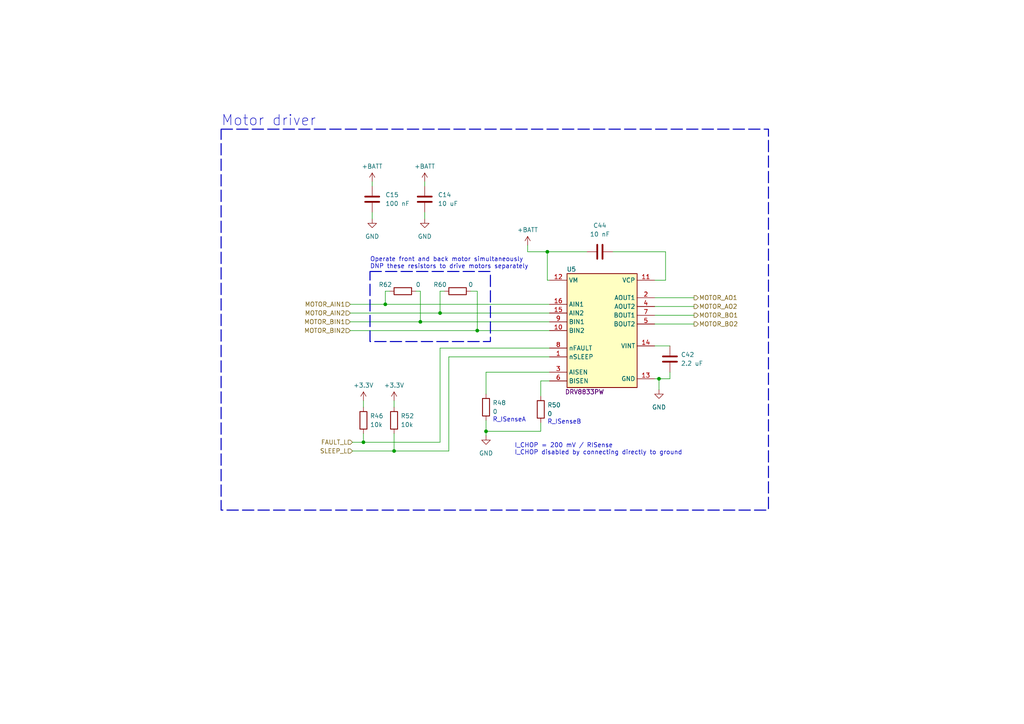
<source format=kicad_sch>
(kicad_sch (version 20230121) (generator eeschema)
  (paper "A4")
  (lib_symbols
    (symbol "Device:C" (pin_numbers hide) (pin_names (offset 0.254))
      (property "Reference" "C" (at 0.635 2.54 0))
      (property "Value" "C" (at 0.635 -2.54 0))
      (symbol "C_0_1"
        (polyline (pts (xy -2.032 -0.762) (xy 2.032 -0.762)) (stroke (width 0.508)))
        (polyline (pts (xy -2.032 0.762) (xy 2.032 0.762)) (stroke (width 0.508)))
      )
      (symbol "C_1_1"
        (pin passive line (at 0 3.81 270) (length 2.794) (name "~") (number "1"))
        (pin passive line (at 0 -3.81 90) (length 2.794) (name "~") (number "2"))
      )
    )
    (symbol "Device:R" (pin_numbers hide) (pin_names (offset 0))
      (property "Reference" "R" (at 2.032 0 90))
      (property "Value" "R" (at 0 0 90))
      (symbol "R_0_1"
        (rectangle (start -1.016 -2.54) (end 1.016 2.54) (stroke (width 0.254)))
      )
      (symbol "R_1_1"
        (pin passive line (at 0 3.81 270) (length 1.27) (name "~") (number "1"))
        (pin passive line (at 0 -3.81 90) (length 1.27) (name "~") (number "2"))
      )
    )
    (symbol "IC:DRV8833PW"
      (property "Reference" "U" (at 0.635 1.27 0))
      (property "Value" "DRV8833PW" (at 5.715 -34.29 0))
      (property "Part number" "DRV8833PW" (at 5.715 -34.29 0))
      (symbol "DRV8833PW_0_1"
        (rectangle (start 0 0) (end 20.32 -33.02) (stroke (width 0.254)) (fill (type background)))
      )
      (symbol "DRV8833PW_1_1"
        (pin input line (at -5.08 -24.13 0) (length 5.08) (name "nSLEEP") (number "1"))
        (pin input line (at -5.08 -16.51 0) (length 5.08) (name "BIN2") (number "10"))
        (pin bidirectional line (at 25.4 -1.905 180) (length 5.08) (name "VCP") (number "11"))
        (pin power_in line (at -5.08 -1.905 0) (length 5.08) (name "VM") (number "12"))
        (pin power_in line (at 25.4 -30.48 180) (length 5.08) (name "GND") (number "13"))
        (pin power_in line (at 25.4 -20.955 180) (length 5.08) (name "VINT") (number "14"))
        (pin input line (at -5.08 -11.43 0) (length 5.08) (name "AIN2") (number "15"))
        (pin input line (at -5.08 -8.89 0) (length 5.08) (name "AIN1") (number "16"))
        (pin power_out line (at 25.4 -6.985 180) (length 5.08) (name "AOUT1") (number "2"))
        (pin bidirectional line (at -5.08 -28.575 0) (length 5.08) (name "AISEN") (number "3"))
        (pin power_out line (at 25.4 -9.525 180) (length 5.08) (name "AOUT2") (number "4"))
        (pin power_out line (at 25.4 -14.605 180) (length 5.08) (name "BOUT2") (number "5"))
        (pin bidirectional line (at -5.08 -31.115 0) (length 5.08) (name "BISEN") (number "6"))
        (pin power_out line (at 25.4 -12.065 180) (length 5.08) (name "BOUT1") (number "7"))
        (pin open_collector line (at -5.08 -21.59 0) (length 5.08) (name "nFAULT") (number "8"))
        (pin input line (at -5.08 -13.97 0) (length 5.08) (name "BIN1") (number "9"))
      )
    )
    (symbol "power:+3.3V" (power) (pin_names (offset 0))
      (property "Value" "+3.3V" (at 0 3.556 0))
      (symbol "+3.3V_0_1"
        (polyline (pts (xy -0.762 1.27) (xy 0 2.54)))
        (polyline (pts (xy 0 0) (xy 0 2.54)))
        (polyline (pts (xy 0 2.54) (xy 0.762 1.27)))
      )
      (symbol "+3.3V_1_1"
        (pin power_in line (at 0 0 90) (length 0) hide (name "+3.3V") (number "1"))
      )
    )
    (symbol "power:+BATT" (power) (pin_names (offset 0))
      (property "Value" "+BATT" (at 0 3.556 0))
      (symbol "+BATT_0_1"
        (polyline (pts (xy -0.762 1.27) (xy 0 2.54)))
        (polyline (pts (xy 0 0) (xy 0 2.54)))
        (polyline (pts (xy 0 2.54) (xy 0.762 1.27)))
      )
      (symbol "+BATT_1_1"
        (pin power_in line (at 0 0 90) (length 0) hide (name "+BATT") (number "1"))
      )
    )
    (symbol "power:GND" (power) (pin_names (offset 0))
      (property "Value" "GND" (at 0 -3.81 0))
      (symbol "GND_0_1"
        (polyline (pts (xy 0 0) (xy 0 -1.27) (xy 1.27 -1.27) (xy 0 -2.54) (xy -1.27 -1.27) (xy 0 -1.27)))
      )
      (symbol "GND_1_1"
        (pin power_in line (at 0 0 270) (length 0) hide (name "GND") (number "1"))
      )
    )
  )
  (junction (at 121.92 93.345))
  (junction (at 105.41 128.27))
  (junction (at 127.635 90.805))
  (junction (at 138.43 95.885))
  (junction (at 191.135 109.855))
  (junction (at 111.76 88.265))
  (junction (at 158.75 73.025))
  (junction (at 114.3 130.81))
  (junction (at 140.97 125.095))
  (wire (pts (xy 140.97 125.095) (xy 156.845 125.095)))
  (wire (pts (xy 101.6 93.345) (xy 121.92 93.345)))
  (wire (pts (xy 111.76 88.265) (xy 159.385 88.265)))
  (wire (pts (xy 123.19 61.595) (xy 123.19 63.5)))
  (wire (pts (xy 130.175 130.81) (xy 130.175 103.505)))
  (wire (pts (xy 140.97 107.95) (xy 140.97 114.3)))
  (wire (pts (xy 189.865 86.36) (xy 201.295 86.36)))
  (wire (pts (xy 120.65 84.455) (xy 121.92 84.455)))
  (wire (pts (xy 140.97 126.365) (xy 140.97 125.095)))
  (wire (pts (xy 159.385 81.28) (xy 158.75 81.28)))
  (wire (pts (xy 140.97 121.92) (xy 140.97 125.095)))
  (wire (pts (xy 156.845 110.49) (xy 159.385 110.49)))
  (wire (pts (xy 105.41 116.205) (xy 105.41 118.11)))
  (wire (pts (xy 156.845 114.935) (xy 156.845 110.49)))
  (wire (pts (xy 158.75 73.025) (xy 158.75 81.28)))
  (wire (pts (xy 114.3 116.205) (xy 114.3 118.11)))
  (wire (pts (xy 102.235 130.81) (xy 114.3 130.81)))
  (wire (pts (xy 127.635 90.805) (xy 159.385 90.805)))
  (wire (pts (xy 158.75 73.025) (xy 153.035 73.025)))
  (wire (pts (xy 121.92 93.345) (xy 159.385 93.345)))
  (wire (pts (xy 127.635 84.455) (xy 127.635 90.805)))
  (wire (pts (xy 156.845 125.095) (xy 156.845 122.555)))
  (wire (pts (xy 193.04 81.28) (xy 193.04 73.025)))
  (wire (pts (xy 111.76 84.455) (xy 111.76 88.265)))
  (wire (pts (xy 102.235 128.27) (xy 105.41 128.27)))
  (wire (pts (xy 189.865 91.44) (xy 201.295 91.44)))
  (wire (pts (xy 191.135 109.855) (xy 191.135 113.03)))
  (wire (pts (xy 127.635 84.455) (xy 128.905 84.455)))
  (wire (pts (xy 138.43 84.455) (xy 138.43 95.885)))
  (wire (pts (xy 114.3 125.73) (xy 114.3 130.81)))
  (wire (pts (xy 123.19 52.705) (xy 123.19 53.975)))
  (wire (pts (xy 130.175 103.505) (xy 159.385 103.505)))
  (wire (pts (xy 127.635 100.965) (xy 159.385 100.965)))
  (wire (pts (xy 113.03 84.455) (xy 111.76 84.455)))
  (wire (pts (xy 101.6 90.805) (xy 127.635 90.805)))
  (wire (pts (xy 170.18 73.025) (xy 158.75 73.025)))
  (wire (pts (xy 189.865 109.855) (xy 191.135 109.855)))
  (wire (pts (xy 189.865 93.98) (xy 201.295 93.98)))
  (wire (pts (xy 153.035 71.12) (xy 153.035 73.025)))
  (wire (pts (xy 189.865 81.28) (xy 193.04 81.28)))
  (wire (pts (xy 193.04 73.025) (xy 177.8 73.025)))
  (wire (pts (xy 127.635 128.27) (xy 127.635 100.965)))
  (wire (pts (xy 138.43 95.885) (xy 159.385 95.885)))
  (wire (pts (xy 121.92 84.455) (xy 121.92 93.345)))
  (wire (pts (xy 105.41 125.73) (xy 105.41 128.27)))
  (wire (pts (xy 107.95 52.705) (xy 107.95 53.975)))
  (wire (pts (xy 105.41 128.27) (xy 127.635 128.27)))
  (wire (pts (xy 114.3 130.81) (xy 130.175 130.81)))
  (wire (pts (xy 194.31 107.95) (xy 194.31 109.855)))
  (wire (pts (xy 101.6 95.885) (xy 138.43 95.885)))
  (wire (pts (xy 136.525 84.455) (xy 138.43 84.455)))
  (wire (pts (xy 189.865 88.9) (xy 201.295 88.9)))
  (wire (pts (xy 101.6 88.265) (xy 111.76 88.265)))
  (wire (pts (xy 140.97 107.95) (xy 159.385 107.95)))
  (wire (pts (xy 194.31 109.855) (xy 191.135 109.855)))
  (wire (pts (xy 189.865 100.33) (xy 194.31 100.33)))
  (wire (pts (xy 107.95 61.595) (xy 107.95 63.5)))
  (rectangle (start 107.315 78.74) (end 142.24 99.06) (stroke (width 0.3) (type dash)))
  (rectangle (start 64.135 37.465) (end 222.885 147.955) (stroke (width 0.3) (type dash)))
  (text "I_CHOP = 200 mV / RISense\nI_CHOP disabled by connecting directly to ground\n" (at 149.225 132.08 0) (effects (font (size 1.27 1.27)) (justify left bottom)))
  (text "R_ISenseB\n" (at 158.75 123.19 0) (effects (font (size 1.27 1.27)) (justify left bottom)))
  (text "R_ISenseA\n" (at 142.875 122.555 0) (effects (font (size 1.27 1.27)) (justify left bottom)))
  (text "Operate front and back motor simultaneously\nDNP these resistors to drive motors separately" (at 107.315 78.105 0) (effects (font (size 1.27 1.27)) (justify left bottom)))
  (text "Motor driver" (at 64.135 36.83 0) (effects (font (size 3 3)) (justify left bottom)))
  (hierarchical_label "MOTOR_AO2" (shape output) (at 201.295 88.9 0))
  (hierarchical_label "MOTOR_AO1" (shape output) (at 201.295 86.36 0))
  (hierarchical_label "MOTOR_BO1" (shape output) (at 201.295 91.44 0))
  (hierarchical_label "MOTOR_BIN1" (shape input) (at 101.6 93.345 180))
  (hierarchical_label "FAULT_L" (shape input) (at 102.235 128.27 180))
  (hierarchical_label "MOTOR_BO2" (shape output) (at 201.295 93.98 0))
  (hierarchical_label "MOTOR_AIN1" (shape input) (at 101.6 88.265 180))
  (hierarchical_label "SLEEP_L" (shape input) (at 102.235 130.81 180))
  (hierarchical_label "MOTOR_AIN2" (shape input) (at 101.6 90.805 180))
  (hierarchical_label "MOTOR_BIN2" (shape input) (at 101.6 95.885 180))
  (symbol (lib_id "power:GND") (at 107.95 63.5 0) (unit 1)
    (property "Reference" "#PWR035" (effects hide))
    (property "Value" "GND" (at 107.95 68.58 0))
    (instances (project "frat" (path "" (reference "#PWR035") (unit 1)) (path "" (reference "#PWR042") (unit 1))) (project "frat" (path "" (reference "#PWR035") (unit 1)) (path "" (reference "#PWR035") (unit 1))))
  )
  (symbol (lib_id "power:GND") (at 191.135 113.03 0) (unit 1)
    (property "Reference" "#PWR034" (effects hide))
    (property "Value" "GND" (at 191.135 118.11 0))
    (instances (project "frat" (path "" (reference "#PWR034") (unit 1)) (path "" (reference "#PWR045") (unit 1))) (project "frat" (path "" (reference "#PWR034") (unit 1)) (path "" (reference "#PWR034") (unit 1))))
  )
  (symbol (lib_id "Device:C") (at 123.19 57.785 0) (unit 1)
    (property "Reference" "C14" (at 127 56.515 0) (effects (justify left)))
    (property "Value" "10 uF" (at 127 59.055 0) (effects (justify left)))
    (property "Footprint" "Capacitor_SMD:C_0603_1608Metric_Pad1.08x0.95mm_HandSolder" (effects hide))
    (instances (project "frat" (path "" (reference "C14") (unit 1)) (path "" (reference "C16") (unit 1))) (project "frat" (path "" (reference "C14") (unit 1)) (path "" (reference "C14") (unit 1))))
  )
  (symbol (lib_id "Device:R") (at 116.84 84.455 90) (unit 1)
    (property "Reference" "R62" (at 111.76 82.55 90))
    (property "Value" "0" (at 121.285 82.55 90))
    (property "Footprint" "Resistor_SMD:R_0603_1608Metric_Pad0.98x0.95mm_HandSolder" (effects hide))
    (instances (project "frat" (path "" (reference "R62") (unit 1)) (path "" (reference "R63") (unit 1))) (project "frat" (path "" (reference "R62") (unit 1)) (path "" (reference "R62") (unit 1))))
  )
  (symbol (lib_id "IC:DRV8833PW") (at 164.465 79.375 0) (unit 1)
    (property "Reference" "U5" (at 165.735 78.105 0))
    (property "Value" "DRV8833PW" (at 169.545 113.665 0))
    (property "Footprint" "Package_SO:TSSOP-16_4.4x5mm_P0.65mm" (effects hide))
    (property "Datasheet" "https://www.ti.com/lit/gpn/DRV8833" (effects hide))
    (property "Part number" "DRV8833PW" (at 169.545 113.665 0))
    (instances (project "frat" (path "" (reference "U5") (unit 1)) (path "" (reference "U6") (unit 1))) (project "frat" (path "" (reference "U5") (unit 1)) (path "" (reference "U5") (unit 1))))
  )
  (symbol (lib_id "Device:C") (at 194.31 104.14 0) (unit 1)
    (property "Reference" "C42" (at 197.485 102.87 0) (effects (justify left)))
    (property "Value" "2.2 uF" (at 197.485 105.41 0) (effects (justify left)))
    (property "Footprint" "Capacitor_SMD:C_0603_1608Metric_Pad1.08x0.95mm_HandSolder" (effects hide))
    (instances (project "frat" (path "" (reference "C42") (unit 1)) (path "" (reference "C43") (unit 1))) (project "frat" (path "" (reference "C42") (unit 1)) (path "" (reference "C42") (unit 1))))
  )
  (symbol (lib_id "Device:R") (at 114.3 121.92 0) (unit 1)
    (property "Reference" "R52" (at 116.205 120.65 0) (effects (justify left)))
    (property "Value" "10k" (at 116.205 123.19 0) (effects (justify left)))
    (property "Footprint" "Resistor_SMD:R_0603_1608Metric_Pad0.98x0.95mm_HandSolder" (effects hide))
    (instances (project "frat" (path "" (reference "R52") (unit 1)) (path "" (reference "R53") (unit 1))) (project "frat" (path "" (reference "R52") (unit 1)) (path "" (reference "R52") (unit 1))))
  )
  (symbol (lib_id "Device:R") (at 140.97 118.11 0) (unit 1)
    (property "Reference" "R48" (at 142.875 116.84 0) (effects (justify left)))
    (property "Value" "0" (at 142.875 119.38 0) (effects (justify left)))
    (property "Footprint" "Resistor_SMD:R_0603_1608Metric_Pad0.98x0.95mm_HandSolder" (effects hide))
    (instances (project "frat" (path "" (reference "R48") (unit 1)) (path "" (reference "R49") (unit 1))) (project "frat" (path "" (reference "R48") (unit 1)) (path "" (reference "R48") (unit 1))))
  )
  (symbol (lib_id "power:GND") (at 140.97 126.365 0) (unit 1)
    (property "Reference" "#PWR094" (effects hide))
    (property "Value" "GND" (at 140.97 131.445 0))
    (instances (project "frat" (path "" (reference "#PWR094") (unit 1)) (path "" (reference "#PWR095") (unit 1))) (project "frat" (path "" (reference "#PWR094") (unit 1)) (path "" (reference "#PWR094") (unit 1))))
  )
  (symbol (lib_id "Device:R") (at 156.845 118.745 0) (unit 1)
    (property "Reference" "R50" (at 158.75 117.475 0) (effects (justify left)))
    (property "Value" "0" (at 158.75 120.015 0) (effects (justify left)))
    (property "Footprint" "Resistor_SMD:R_0603_1608Metric_Pad0.98x0.95mm_HandSolder" (effects hide))
    (instances (project "frat" (path "" (reference "R50") (unit 1)) (path "" (reference "R51") (unit 1))) (project "frat" (path "" (reference "R50") (unit 1)) (path "" (reference "R50") (unit 1))))
  )
  (symbol (lib_id "power:+BATT") (at 153.035 71.12 0) (unit 1)
    (property "Reference" "#PWR032" (effects hide))
    (property "Value" "+BATT" (at 153.035 66.675 0))
    (instances (project "frat" (path "" (reference "#PWR032") (unit 1)) (path "" (reference "#PWR043") (unit 1))) (project "frat" (path "" (reference "#PWR032") (unit 1)) (path "" (reference "#PWR032") (unit 1))))
  )
  (symbol (lib_id "power:+BATT") (at 123.19 52.705 0) (unit 1)
    (property "Reference" "#PWR033" (effects hide))
    (property "Value" "+BATT" (at 123.19 48.26 0))
    (instances (project "frat" (path "" (reference "#PWR033") (unit 1)) (path "" (reference "#PWR037") (unit 1))) (project "frat" (path "" (reference "#PWR033") (unit 1)) (path "" (reference "#PWR033") (unit 1))))
  )
  (symbol (lib_id "Device:C") (at 107.95 57.785 0) (unit 1)
    (property "Reference" "C15" (at 111.76 56.515 0) (effects (justify left)))
    (property "Value" "100 nF" (at 111.76 59.055 0) (effects (justify left)))
    (property "Footprint" "Capacitor_SMD:C_0603_1608Metric_Pad1.08x0.95mm_HandSolder" (effects hide))
    (instances (project "frat" (path "" (reference "C15") (unit 1)) (path "" (reference "C17") (unit 1))) (project "frat" (path "" (reference "C15") (unit 1)) (path "" (reference "C15") (unit 1))))
  )
  (symbol (lib_id "power:+BATT") (at 107.95 52.705 0) (unit 1)
    (property "Reference" "#PWR038" (effects hide))
    (property "Value" "+BATT" (at 107.95 48.26 0))
    (instances (project "frat" (path "" (reference "#PWR038") (unit 1)) (path "" (reference "#PWR041") (unit 1))) (project "frat" (path "" (reference "#PWR038") (unit 1)) (path "" (reference "#PWR038") (unit 1))))
  )
  (symbol (lib_id "Device:R") (at 105.41 121.92 0) (unit 1)
    (property "Reference" "R46" (at 107.315 120.65 0) (effects (justify left)))
    (property "Value" "10k" (at 107.315 123.19 0) (effects (justify left)))
    (property "Footprint" "Resistor_SMD:R_0603_1608Metric_Pad0.98x0.95mm_HandSolder" (effects hide))
    (instances (project "frat" (path "" (reference "R46") (unit 1)) (path "" (reference "R47") (unit 1))) (project "frat" (path "" (reference "R46") (unit 1)) (path "" (reference "R46") (unit 1))))
  )
  (symbol (lib_id "Device:C") (at 173.99 73.025 90) (unit 1)
    (property "Reference" "C44" (at 173.99 65.405 90))
    (property "Value" "10 nF" (at 173.99 67.945 90))
    (property "Footprint" "Capacitor_SMD:C_0603_1608Metric_Pad1.08x0.95mm_HandSolder" (effects hide))
    (instances (project "frat" (path "" (reference "C44") (unit 1)) (path "" (reference "C45") (unit 1))) (project "frat" (path "" (reference "C44") (unit 1)) (path "" (reference "C44") (unit 1))))
  )
  (symbol (lib_id "power:+3.3V") (at 105.41 116.205 0) (unit 1)
    (property "Reference" "#PWR040" (effects hide))
    (property "Value" "+3.3V" (at 105.41 111.76 0))
    (instances (project "frat" (path "" (reference "#PWR040") (unit 1)) (path "" (reference "#PWR044") (unit 1))) (project "frat" (path "" (reference "#PWR040") (unit 1)) (path "" (reference "#PWR040") (unit 1))))
  )
  (symbol (lib_id "power:GND") (at 123.19 63.5 0) (unit 1)
    (property "Reference" "#PWR036" (effects hide))
    (property "Value" "GND" (at 123.19 68.58 0))
    (instances (project "frat" (path "" (reference "#PWR036") (unit 1)) (path "" (reference "#PWR039") (unit 1))) (project "frat" (path "" (reference "#PWR036") (unit 1)) (path "" (reference "#PWR036") (unit 1))))
  )
  (symbol (lib_id "Device:R") (at 132.715 84.455 90) (unit 1)
    (property "Reference" "R60" (at 127.635 82.55 90))
    (property "Value" "0" (at 136.525 82.55 90))
    (property "Footprint" "Resistor_SMD:R_0603_1608Metric_Pad0.98x0.95mm_HandSolder" (effects hide))
    (instances (project "frat" (path "" (reference "R60") (unit 1)) (path "" (reference "R61") (unit 1))) (project "frat" (path "" (reference "R60") (unit 1)) (path "" (reference "R60") (unit 1))))
  )
  (symbol (lib_id "power:+3.3V") (at 114.3 116.205 0) (unit 1)
    (property "Reference" "#PWR0126" (effects hide))
    (property "Value" "+3.3V" (at 114.3 111.76 0))
    (instances (project "frat" (path "" (reference "#PWR0126") (unit 1)) (path "" (reference "#PWR0127") (unit 1))) (project "frat" (path "" (reference "#PWR0126") (unit 1)) (path "" (reference "#PWR0126") (unit 1))))
  )
)
</source>
